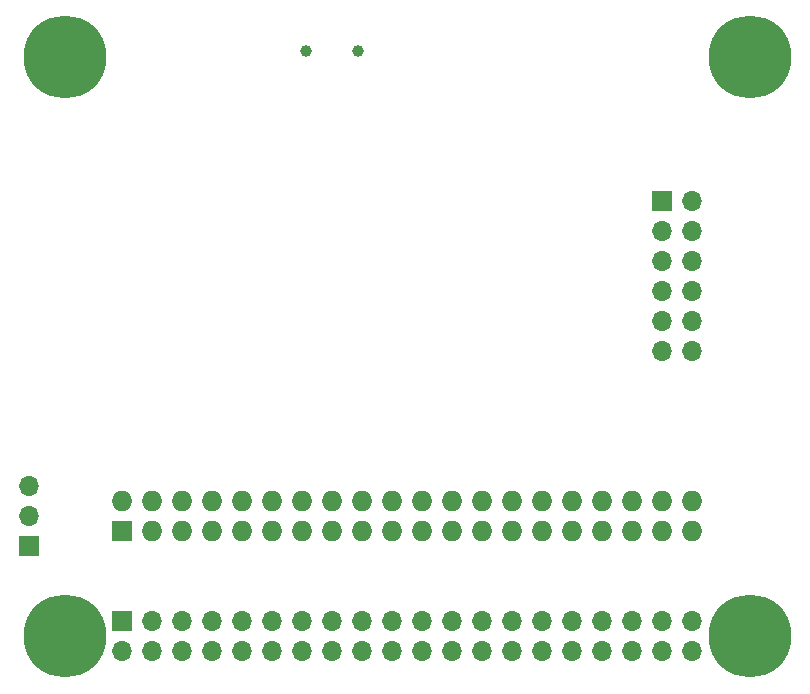
<source format=gbs>
G04 #@! TF.GenerationSoftware,KiCad,Pcbnew,(5.1.2)-1*
G04 #@! TF.CreationDate,2019-08-24T17:39:20+03:00*
G04 #@! TF.ProjectId,de0-nano-exp2,6465302d-6e61-46e6-9f2d-657870322e6b,rev?*
G04 #@! TF.SameCoordinates,Original*
G04 #@! TF.FileFunction,Soldermask,Bot*
G04 #@! TF.FilePolarity,Negative*
%FSLAX46Y46*%
G04 Gerber Fmt 4.6, Leading zero omitted, Abs format (unit mm)*
G04 Created by KiCad (PCBNEW (5.1.2)-1) date 2019-08-24 17:39:20*
%MOMM*%
%LPD*%
G04 APERTURE LIST*
%ADD10R,1.700000X1.700000*%
%ADD11O,1.700000X1.700000*%
%ADD12R,1.727200X1.727200*%
%ADD13O,1.727200X1.727200*%
%ADD14C,1.000000*%
%ADD15C,7.000000*%
G04 APERTURE END LIST*
D10*
X134366000Y-113030000D03*
D11*
X134366000Y-110490000D03*
X134366000Y-107950000D03*
D12*
X142240000Y-111760000D03*
D13*
X142240000Y-109220000D03*
X144780000Y-111760000D03*
X144780000Y-109220000D03*
X147320000Y-111760000D03*
X147320000Y-109220000D03*
X149860000Y-111760000D03*
X149860000Y-109220000D03*
X152400000Y-111760000D03*
X152400000Y-109220000D03*
X154940000Y-111760000D03*
X154940000Y-109220000D03*
X157480000Y-111760000D03*
X157480000Y-109220000D03*
X160020000Y-111760000D03*
X160020000Y-109220000D03*
X162560000Y-111760000D03*
X162560000Y-109220000D03*
X165100000Y-111760000D03*
X165100000Y-109220000D03*
X167640000Y-111760000D03*
X167640000Y-109220000D03*
X170180000Y-111760000D03*
X170180000Y-109220000D03*
X172720000Y-111760000D03*
X172720000Y-109220000D03*
X175260000Y-111760000D03*
X175260000Y-109220000D03*
X177800000Y-111760000D03*
X177800000Y-109220000D03*
X180340000Y-111760000D03*
X180340000Y-109220000D03*
X182880000Y-111760000D03*
X182880000Y-109220000D03*
X185420000Y-111760000D03*
X185420000Y-109220000D03*
X187960000Y-111760000D03*
X187960000Y-109220000D03*
X190500000Y-111760000D03*
X190500000Y-109220000D03*
D14*
X162220000Y-71120000D03*
X157820000Y-71120000D03*
D10*
X142240000Y-119380000D03*
D11*
X142240000Y-121920000D03*
X144780000Y-119380000D03*
X144780000Y-121920000D03*
X147320000Y-119380000D03*
X147320000Y-121920000D03*
X149860000Y-119380000D03*
X149860000Y-121920000D03*
X152400000Y-119380000D03*
X152400000Y-121920000D03*
X154940000Y-119380000D03*
X154940000Y-121920000D03*
X157480000Y-119380000D03*
X157480000Y-121920000D03*
X160020000Y-119380000D03*
X160020000Y-121920000D03*
X162560000Y-119380000D03*
X162560000Y-121920000D03*
X165100000Y-119380000D03*
X165100000Y-121920000D03*
X167640000Y-119380000D03*
X167640000Y-121920000D03*
X170180000Y-119380000D03*
X170180000Y-121920000D03*
X172720000Y-119380000D03*
X172720000Y-121920000D03*
X175260000Y-119380000D03*
X175260000Y-121920000D03*
X177800000Y-119380000D03*
X177800000Y-121920000D03*
X180340000Y-119380000D03*
X180340000Y-121920000D03*
X182880000Y-119380000D03*
X182880000Y-121920000D03*
X185420000Y-119380000D03*
X185420000Y-121920000D03*
X187960000Y-119380000D03*
X187960000Y-121920000D03*
X190500000Y-119380000D03*
X190500000Y-121920000D03*
D15*
X137370000Y-71650000D03*
X195370000Y-120650000D03*
X195370000Y-71650000D03*
X137370000Y-120650000D03*
D10*
X187960000Y-83820000D03*
D11*
X190500000Y-83820000D03*
X187960000Y-86360000D03*
X190500000Y-86360000D03*
X187960000Y-88900000D03*
X190500000Y-88900000D03*
X187960000Y-91440000D03*
X190500000Y-91440000D03*
X187960000Y-93980000D03*
X190500000Y-93980000D03*
X187960000Y-96520000D03*
X190500000Y-96520000D03*
M02*

</source>
